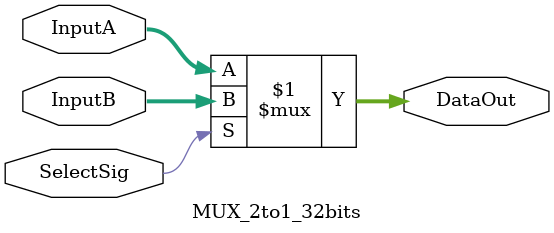
<source format=v>
`timescale 1ns / 1ps


module MUX_2to1_32bits(
    input SelectSig,
    input[31:0] InputA,
    input[31:0] InputB,
    output[31:0] DataOut
    );    
    assign DataOut = SelectSig ? InputB : InputA;    
endmodule

</source>
